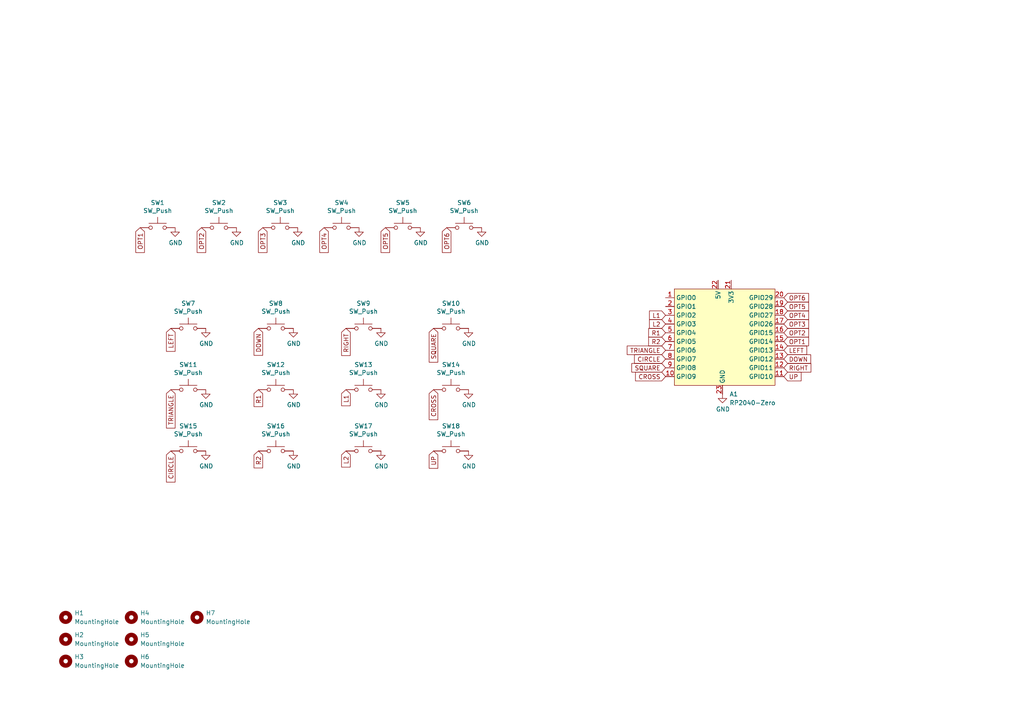
<source format=kicad_sch>
(kicad_sch (version 20231120) (generator "eeschema") (generator_version "8.0")
  (paper "A4")
  (lib_symbols
    (symbol "Mechanical:MountingHole" (pin_names (offset 1.016))
      (property "Reference" "H" (at 0 5.08 0))
      (property "Value" "MountingHole" (at 0 3.175 0))
      (symbol "MountingHole_0_1"
        (circle (center 0 0) (radius 1.27) (stroke (width 1.27)))
      )
    )
    (symbol "RP2040-Zero:RP2040-Zero"
      (property "Reference" "U" (at 0 1.27 0))
      (property "Value" "RP2040-Zero" (at 0 -1.27 0))
      (symbol "RP2040-Zero_0_1"
        (rectangle (start -13.97 12.7) (end 15.24 -15.24) (fill (type background)))
      )
      (symbol "RP2040-Zero_1_1"
        (pin bidirectional line (at -16.51 10.16 0) (length 2.54) (name "GPIO0") (number "1"))
        (pin bidirectional line (at -16.51 -12.7 0) (length 2.54) (name "GPIO9") (number "10"))
        (pin bidirectional line (at 17.78 -12.7 180) (length 2.54) (name "GPIO10") (number "11"))
        (pin bidirectional line (at 17.78 -10.16 180) (length 2.54) (name "GPIO11") (number "12"))
        (pin bidirectional line (at 17.78 -7.62 180) (length 2.54) (name "GPIO12") (number "13"))
        (pin bidirectional line (at 17.78 -5.08 180) (length 2.54) (name "GPIO13") (number "14"))
        (pin bidirectional line (at 17.78 -2.54 180) (length 2.54) (name "GPIO14") (number "15"))
        (pin bidirectional line (at 17.78 0 180) (length 2.54) (name "GPIO15") (number "16"))
        (pin bidirectional line (at 17.78 2.54 180) (length 2.54) (name "GPIO26") (number "17"))
        (pin bidirectional line (at 17.78 5.08 180) (length 2.54) (name "GPIO27") (number "18"))
        (pin bidirectional line (at 17.78 7.62 180) (length 2.54) (name "GPIO28") (number "19"))
        (pin bidirectional line (at -16.51 7.62 0) (length 2.54) (name "GPIO1") (number "2"))
        (pin bidirectional line (at 17.78 10.16 180) (length 2.54) (name "GPIO29") (number "20"))
        (pin power_out line (at 2.54 15.24 270) (length 2.54) (name "3V3") (number "21"))
        (pin power_in line (at -1.27 15.24 270) (length 2.54) (name "5V") (number "22"))
        (pin power_in line (at 0 -17.78 90) (length 2.54) (name "GND") (number "23"))
        (pin bidirectional line (at -16.51 5.08 0) (length 2.54) (name "GPIO2") (number "3"))
        (pin bidirectional line (at -16.51 2.54 0) (length 2.54) (name "GPIO3") (number "4"))
        (pin bidirectional line (at -16.51 0 0) (length 2.54) (name "GPIO4") (number "5"))
        (pin bidirectional line (at -16.51 -2.54 0) (length 2.54) (name "GPIO5") (number "6"))
        (pin bidirectional line (at -16.51 -5.08 0) (length 2.54) (name "GPIO6") (number "7"))
        (pin bidirectional line (at -16.51 -7.62 0) (length 2.54) (name "GPIO7") (number "8"))
        (pin bidirectional line (at -16.51 -10.16 0) (length 2.54) (name "GPIO8") (number "9"))
      )
    )
    (symbol "Switch:SW_Push" (pin_numbers hide) (pin_names (offset 1.016) hide)
      (property "Reference" "SW" (at 1.27 2.54 0))
      (property "Value" "SW_Push" (at 0 -1.524 0))
      (symbol "SW_Push_0_1"
        (circle (center -2.032 0) (radius 0.508))
        (polyline (pts (xy 0 1.27) (xy 0 3.048)))
        (polyline (pts (xy 2.54 1.27) (xy -2.54 1.27)))
        (circle (center 2.032 0) (radius 0.508))
        (pin passive line (at -5.08 0 0) (length 2.54) (name "1") (number "1"))
        (pin passive line (at 5.08 0 180) (length 2.54) (name "2") (number "2"))
      )
    )
    (symbol "power:GND" (power) (pin_names (offset 0))
      (property "Value" "GND" (at 0 -3.81 0))
      (symbol "GND_0_1"
        (polyline (pts (xy 0 0) (xy 0 -1.27) (xy 1.27 -1.27) (xy 0 -2.54) (xy -1.27 -1.27) (xy 0 -1.27)))
      )
      (symbol "GND_1_1"
        (pin power_in line (at 0 0 270) (length 0) hide (name "GND") (number "1"))
      )
    )
  )
  (global_label "TRIANGLE" (shape input) (at 49.53 113.03 270) (property "Intersheetrefs" "${INTERSHEET_REFS}" (effects (hide yes))))
  (global_label "CROSS" (shape input) (at 125.73 113.03 270) (property "Intersheetrefs" "${INTERSHEET_REFS}" (effects (hide yes))))
  (global_label "R2" (shape input) (at 74.93 130.81 270) (property "Intersheetrefs" "${INTERSHEET_REFS}" (effects (hide yes))))
  (global_label "TRIANGLE" (shape input) (at 193.04 101.6 180) (property "Intersheetrefs" "${INTERSHEET_REFS}" (effects (hide yes))))
  (global_label "OPT1" (shape input) (at 227.33 99.06 0) (property "Intersheetrefs" "${INTERSHEET_REFS}" (effects (hide yes))))
  (global_label "L2" (shape input) (at 100.33 130.81 270) (property "Intersheetrefs" "${INTERSHEET_REFS}" (effects (hide yes))))
  (global_label "R1" (shape input) (at 74.93 113.03 270) (property "Intersheetrefs" "${INTERSHEET_REFS}" (effects (hide yes))))
  (global_label "RIGHT" (shape input) (at 100.33 95.25 270) (property "Intersheetrefs" "${INTERSHEET_REFS}" (effects (hide yes))))
  (global_label "SQUARE" (shape input) (at 125.73 95.25 270) (property "Intersheetrefs" "${INTERSHEET_REFS}" (effects (hide yes))))
  (global_label "OPT6" (shape input) (at 129.54 66.04 270) (property "Intersheetrefs" "${INTERSHEET_REFS}" (effects (hide yes))))
  (global_label "SQUARE" (shape input) (at 193.04 106.68 180) (property "Intersheetrefs" "${INTERSHEET_REFS}" (effects (hide yes))))
  (global_label "OPT2" (shape input) (at 58.42 66.04 270) (property "Intersheetrefs" "${INTERSHEET_REFS}" (effects (hide yes))))
  (global_label "UP" (shape input) (at 125.73 130.81 270) (property "Intersheetrefs" "${INTERSHEET_REFS}" (effects (hide yes))))
  (global_label "RIGHT" (shape input) (at 227.33 106.68 0) (property "Intersheetrefs" "${INTERSHEET_REFS}" (effects (hide yes))))
  (global_label "R1" (shape input) (at 193.04 96.52 180) (property "Intersheetrefs" "${INTERSHEET_REFS}" (effects (hide yes))))
  (global_label "OPT3" (shape input) (at 227.33 93.98 0) (property "Intersheetrefs" "${INTERSHEET_REFS}" (effects (hide yes))))
  (global_label "CIRCLE" (shape input) (at 193.04 104.14 180) (property "Intersheetrefs" "${INTERSHEET_REFS}" (effects (hide yes))))
  (global_label "L2" (shape input) (at 193.04 93.98 180) (property "Intersheetrefs" "${INTERSHEET_REFS}" (effects (hide yes))))
  (global_label "CROSS" (shape input) (at 193.04 109.22 180) (property "Intersheetrefs" "${INTERSHEET_REFS}" (effects (hide yes))))
  (global_label "OPT4" (shape input) (at 227.33 91.44 0) (property "Intersheetrefs" "${INTERSHEET_REFS}" (effects (hide yes))))
  (global_label "DOWN" (shape input) (at 74.93 95.25 270) (property "Intersheetrefs" "${INTERSHEET_REFS}" (effects (hide yes))))
  (global_label "LEFT" (shape input) (at 227.33 101.6 0) (property "Intersheetrefs" "${INTERSHEET_REFS}" (effects (hide yes))))
  (global_label "OPT6" (shape input) (at 227.33 86.36 0) (property "Intersheetrefs" "${INTERSHEET_REFS}" (effects (hide yes))))
  (global_label "DOWN" (shape input) (at 227.33 104.14 0) (property "Intersheetrefs" "${INTERSHEET_REFS}" (effects (hide yes))))
  (global_label "R2" (shape input) (at 193.04 99.06 180) (property "Intersheetrefs" "${INTERSHEET_REFS}" (effects (hide yes))))
  (global_label "LEFT" (shape input) (at 49.53 95.25 270) (property "Intersheetrefs" "${INTERSHEET_REFS}" (effects (hide yes))))
  (global_label "UP" (shape input) (at 227.33 109.22 0) (property "Intersheetrefs" "${INTERSHEET_REFS}" (effects (hide yes))))
  (global_label "OPT4" (shape input) (at 93.98 66.04 270) (property "Intersheetrefs" "${INTERSHEET_REFS}" (effects (hide yes))))
  (global_label "OPT5" (shape input) (at 111.76 66.04 270) (property "Intersheetrefs" "${INTERSHEET_REFS}" (effects (hide yes))))
  (global_label "L1" (shape input) (at 100.33 113.03 270) (property "Intersheetrefs" "${INTERSHEET_REFS}" (effects (hide yes))))
  (global_label "CIRCLE" (shape input) (at 49.53 130.81 270) (property "Intersheetrefs" "${INTERSHEET_REFS}" (effects (hide yes))))
  (global_label "OPT1" (shape input) (at 40.64 66.04 270) (property "Intersheetrefs" "${INTERSHEET_REFS}" (effects (hide yes))))
  (global_label "OPT2" (shape input) (at 227.33 96.52 0) (property "Intersheetrefs" "${INTERSHEET_REFS}" (effects (hide yes))))
  (global_label "OPT3" (shape input) (at 76.2 66.04 270) (property "Intersheetrefs" "${INTERSHEET_REFS}" (effects (hide yes))))
  (global_label "OPT5" (shape input) (at 227.33 88.9 0) (property "Intersheetrefs" "${INTERSHEET_REFS}" (effects (hide yes))))
  (global_label "L1" (shape input) (at 193.04 91.44 180) (property "Intersheetrefs" "${INTERSHEET_REFS}" (effects (hide yes))))
  (symbol (lib_id "Switch:SW_Push") (at 45.72 66.04 0) (unit 1)
    (property "Reference" "SW1" (at 45.72 58.801 0))
    (property "Value" "SW_Push" (at 45.72 61.1124 0))
    (property "Footprint" "Button_Switch_THT:SW_PUSH_6mm_H5mm" (effects (hide yes)))
  )
  (symbol (lib_id "Switch:SW_Push") (at 63.5 66.04 0) (unit 1)
    (property "Reference" "SW2" (at 63.5 58.801 0))
    (property "Value" "SW_Push" (at 63.5 61.1124 0))
    (property "Footprint" "Button_Switch_THT:SW_PUSH_6mm_H5mm" (effects (hide yes)))
  )
  (symbol (lib_id "Switch:SW_Push") (at 81.28 66.04 0) (unit 1)
    (property "Reference" "SW3" (at 81.28 58.801 0))
    (property "Value" "SW_Push" (at 81.28 61.1124 0))
    (property "Footprint" "Button_Switch_THT:SW_PUSH_6mm_H5mm" (effects (hide yes)))
  )
  (symbol (lib_id "Switch:SW_Push") (at 99.06 66.04 0) (unit 1)
    (property "Reference" "SW4" (at 99.06 58.801 0))
    (property "Value" "SW_Push" (at 99.06 61.1124 0))
    (property "Footprint" "Button_Switch_THT:SW_PUSH_6mm_H5mm" (effects (hide yes)))
  )
  (symbol (lib_id "Switch:SW_Push") (at 116.84 66.04 0) (unit 1)
    (property "Reference" "SW5" (at 116.84 58.801 0))
    (property "Value" "SW_Push" (at 116.84 61.1124 0))
    (property "Footprint" "Button_Switch_THT:SW_PUSH_6mm_H5mm" (effects (hide yes)))
  )
  (symbol (lib_id "Switch:SW_Push") (at 134.62 66.04 0) (unit 1)
    (property "Reference" "SW6" (at 134.62 58.801 0))
    (property "Value" "SW_Push" (at 134.62 61.1124 0))
    (property "Footprint" "Button_Switch_THT:SW_PUSH_6mm_H5mm" (effects (hide yes)))
  )
  (symbol (lib_id "power:GND") (at 50.8 66.04 0) (unit 1)
    (property "Reference" "#PWR01" (effects (hide yes)))
    (property "Value" "GND" (at 50.927 70.4342 0))
  )
  (symbol (lib_id "power:GND") (at 68.58 66.04 0) (unit 1)
    (property "Reference" "#PWR02" (effects (hide yes)))
    (property "Value" "GND" (at 68.707 70.4342 0))
  )
  (symbol (lib_id "power:GND") (at 86.36 66.04 0) (unit 1)
    (property "Reference" "#PWR03" (effects (hide yes)))
    (property "Value" "GND" (at 86.487 70.4342 0))
  )
  (symbol (lib_id "power:GND") (at 104.14 66.04 0) (unit 1)
    (property "Reference" "#PWR04" (effects (hide yes)))
    (property "Value" "GND" (at 104.267 70.4342 0))
  )
  (symbol (lib_id "power:GND") (at 121.92 66.04 0) (unit 1)
    (property "Reference" "#PWR05" (effects (hide yes)))
    (property "Value" "GND" (at 122.047 70.4342 0))
  )
  (symbol (lib_id "power:GND") (at 139.7 66.04 0) (unit 1)
    (property "Reference" "#PWR06" (effects (hide yes)))
    (property "Value" "GND" (at 139.827 70.4342 0))
  )
  (symbol (lib_id "Switch:SW_Push") (at 54.61 95.25 0) (unit 1)
    (property "Reference" "SW7" (at 54.61 88.011 0))
    (property "Value" "SW_Push" (at 54.61 90.3224 0))
    (property "Footprint" "Kailh:Kailh_socket_PG1350_optional" (effects (hide yes)))
  )
  (symbol (lib_id "Switch:SW_Push") (at 130.81 130.81 0) (unit 1)
    (property "Reference" "SW18" (at 130.81 123.571 0))
    (property "Value" "SW_Push" (at 130.81 125.8824 0))
    (property "Footprint" "Kailh:Kailh_socket_PG1350_optional" (effects (hide yes)))
  )
  (symbol (lib_id "Switch:SW_Push") (at 80.01 113.03 0) (unit 1)
    (property "Reference" "SW12" (at 80.01 105.791 0))
    (property "Value" "SW_Push" (at 80.01 108.1024 0))
    (property "Footprint" "Kailh:Kailh_socket_PG1350_optional" (effects (hide yes)))
  )
  (symbol (lib_id "Switch:SW_Push") (at 54.61 130.81 0) (unit 1)
    (property "Reference" "SW15" (at 54.61 123.571 0))
    (property "Value" "SW_Push" (at 54.61 125.8824 0))
    (property "Footprint" "Kailh:Kailh_socket_PG1350_optional" (effects (hide yes)))
  )
  (symbol (lib_id "Switch:SW_Push") (at 80.01 95.25 0) (unit 1)
    (property "Reference" "SW8" (at 80.01 88.011 0))
    (property "Value" "SW_Push" (at 80.01 90.3224 0))
    (property "Footprint" "Kailh:Kailh_socket_PG1350_optional" (effects (hide yes)))
  )
  (symbol (lib_id "Switch:SW_Push") (at 130.81 95.25 0) (unit 1)
    (property "Reference" "SW10" (at 130.81 88.011 0))
    (property "Value" "SW_Push" (at 130.81 90.3224 0))
    (property "Footprint" "Kailh:Kailh_socket_PG1350_optional" (effects (hide yes)))
  )
  (symbol (lib_id "Switch:SW_Push") (at 105.41 113.03 0) (unit 1)
    (property "Reference" "SW13" (at 105.41 105.791 0))
    (property "Value" "SW_Push" (at 105.41 108.1024 0))
    (property "Footprint" "Kailh:Kailh_socket_PG1350_optional" (effects (hide yes)))
  )
  (symbol (lib_id "Switch:SW_Push") (at 80.01 130.81 0) (unit 1)
    (property "Reference" "SW16" (at 80.01 123.571 0))
    (property "Value" "SW_Push" (at 80.01 125.8824 0))
    (property "Footprint" "Kailh:Kailh_socket_PG1350_optional" (effects (hide yes)))
  )
  (symbol (lib_id "Switch:SW_Push") (at 105.41 95.25 0) (unit 1)
    (property "Reference" "SW9" (at 105.41 88.011 0))
    (property "Value" "SW_Push" (at 105.41 90.3224 0))
    (property "Footprint" "Kailh:Kailh_socket_PG1350_optional" (effects (hide yes)))
  )
  (symbol (lib_id "Switch:SW_Push") (at 54.61 113.03 0) (unit 1)
    (property "Reference" "SW11" (at 54.61 105.791 0))
    (property "Value" "SW_Push" (at 54.61 108.1024 0))
    (property "Footprint" "Kailh:Kailh_socket_PG1350_optional" (effects (hide yes)))
  )
  (symbol (lib_id "Switch:SW_Push") (at 130.81 113.03 0) (unit 1)
    (property "Reference" "SW14" (at 130.81 105.791 0))
    (property "Value" "SW_Push" (at 130.81 108.1024 0))
    (property "Footprint" "Kailh:Kailh_socket_PG1350_optional" (effects (hide yes)))
  )
  (symbol (lib_id "Switch:SW_Push") (at 105.41 130.81 0) (unit 1)
    (property "Reference" "SW17" (at 105.41 123.571 0))
    (property "Value" "SW_Push" (at 105.41 125.8824 0))
    (property "Footprint" "Kailh:Kailh_socket_PG1350_optional" (effects (hide yes)))
  )
  (symbol (lib_id "power:GND") (at 59.69 95.25 0) (unit 1)
    (property "Reference" "#PWR07" (effects (hide yes)))
    (property "Value" "GND" (at 59.817 99.6442 0))
  )
  (symbol (lib_id "power:GND") (at 135.89 130.81 0) (unit 1)
    (property "Reference" "#PWR018" (effects (hide yes)))
    (property "Value" "GND" (at 136.017 135.2042 0))
  )
  (symbol (lib_id "power:GND") (at 85.09 113.03 0) (unit 1)
    (property "Reference" "#PWR012" (effects (hide yes)))
    (property "Value" "GND" (at 85.217 117.4242 0))
  )
  (symbol (lib_id "power:GND") (at 59.69 130.81 0) (unit 1)
    (property "Reference" "#PWR015" (effects (hide yes)))
    (property "Value" "GND" (at 59.817 135.2042 0))
  )
  (symbol (lib_id "power:GND") (at 85.09 95.25 0) (unit 1)
    (property "Reference" "#PWR08" (effects (hide yes)))
    (property "Value" "GND" (at 85.217 99.6442 0))
  )
  (symbol (lib_id "power:GND") (at 135.89 95.25 0) (unit 1)
    (property "Reference" "#PWR010" (effects (hide yes)))
    (property "Value" "GND" (at 136.017 99.6442 0))
  )
  (symbol (lib_id "power:GND") (at 110.49 113.03 0) (unit 1)
    (property "Reference" "#PWR013" (effects (hide yes)))
    (property "Value" "GND" (at 110.617 117.4242 0))
  )
  (symbol (lib_id "power:GND") (at 85.09 130.81 0) (unit 1)
    (property "Reference" "#PWR016" (effects (hide yes)))
    (property "Value" "GND" (at 85.217 135.2042 0))
  )
  (symbol (lib_id "power:GND") (at 110.49 130.81 0) (unit 1)
    (property "Reference" "#PWR017" (effects (hide yes)))
    (property "Value" "GND" (at 110.617 135.2042 0))
  )
  (symbol (lib_id "power:GND") (at 135.89 113.03 0) (unit 1)
    (property "Reference" "#PWR014" (effects (hide yes)))
    (property "Value" "GND" (at 136.017 117.4242 0))
  )
  (symbol (lib_id "power:GND") (at 59.69 113.03 0) (unit 1)
    (property "Reference" "#PWR011" (effects (hide yes)))
    (property "Value" "GND" (at 59.817 117.4242 0))
  )
  (symbol (lib_id "power:GND") (at 110.49 95.25 0) (unit 1)
    (property "Reference" "#PWR09" (effects (hide yes)))
    (property "Value" "GND" (at 110.617 99.6442 0))
  )
  (symbol (lib_id "power:GND") (at 209.55 114.3 0) (unit 1)
    (property "Reference" "#PWR0102" (effects (hide yes)))
    (property "Value" "GND" (at 209.677 118.6942 0))
  )
  (symbol (lib_id "Mechanical:MountingHole") (at 19.05 191.77 0) (unit 1)
    (property "Reference" "H3" (at 21.59 190.4999 0) (effects (justify left)))
    (property "Value" "MountingHole" (at 21.59 193.0399 0) (effects (justify left)))
    (property "Footprint" "MountingHole:MountingHole_6.4mm_M6" (effects (hide yes)))
  )
  (symbol (lib_id "Mechanical:MountingHole") (at 19.05 179.07 0) (unit 1)
    (property "Reference" "H1" (at 21.59 177.7999 0) (effects (justify left)))
    (property "Value" "MountingHole" (at 21.59 180.3399 0) (effects (justify left)))
    (property "Footprint" "MountingHole:MountingHole_6.4mm_M6" (effects (hide yes)))
  )
  (symbol (lib_id "Mechanical:MountingHole") (at 57.15 179.07 0) (unit 1)
    (property "Reference" "H7" (at 59.69 177.7999 0) (effects (justify left)))
    (property "Value" "MountingHole" (at 59.69 180.3399 0) (effects (justify left)))
    (property "Footprint" "MountingHole:MountingHole_6.4mm_M6" (effects (hide yes)))
  )
  (symbol (lib_id "Mechanical:MountingHole") (at 38.1 179.07 0) (unit 1)
    (property "Reference" "H4" (at 40.64 177.7999 0) (effects (justify left)))
    (property "Value" "MountingHole" (at 40.64 180.3399 0) (effects (justify left)))
    (property "Footprint" "MountingHole:MountingHole_6.4mm_M6" (effects (hide yes)))
  )
  (symbol (lib_id "RP2040-Zero:RP2040-Zero") (at 209.55 96.52 0) (unit 1)
    (property "Reference" "A1" (at 211.5694 114.3 0) (effects (justify left)))
    (property "Value" "RP2040-Zero" (at 211.5694 116.84 0) (effects (justify left)))
    (property "Footprint" "RP2040-Zero:RP2040-Zero" (effects (hide yes)))
  )
  (symbol (lib_id "Mechanical:MountingHole") (at 38.1 185.42 0) (unit 1)
    (property "Reference" "H5" (at 40.64 184.1499 0) (effects (justify left)))
    (property "Value" "MountingHole" (at 40.64 186.6899 0) (effects (justify left)))
    (property "Footprint" "MountingHole:MountingHole_6.4mm_M6" (effects (hide yes)))
  )
  (symbol (lib_id "Mechanical:MountingHole") (at 38.1 191.77 0) (unit 1)
    (property "Reference" "H6" (at 40.64 190.4999 0) (effects (justify left)))
    (property "Value" "MountingHole" (at 40.64 193.0399 0) (effects (justify left)))
    (property "Footprint" "MountingHole:MountingHole_6.4mm_M6" (effects (hide yes)))
  )
  (symbol (lib_id "Mechanical:MountingHole") (at 19.05 185.42 0) (unit 1)
    (property "Reference" "H2" (at 21.59 184.1499 0) (effects (justify left)))
    (property "Value" "MountingHole" (at 21.59 186.6899 0) (effects (justify left)))
    (property "Footprint" "MountingHole:MountingHole_6.4mm_M6" (effects (hide yes)))
  )
)
</source>
